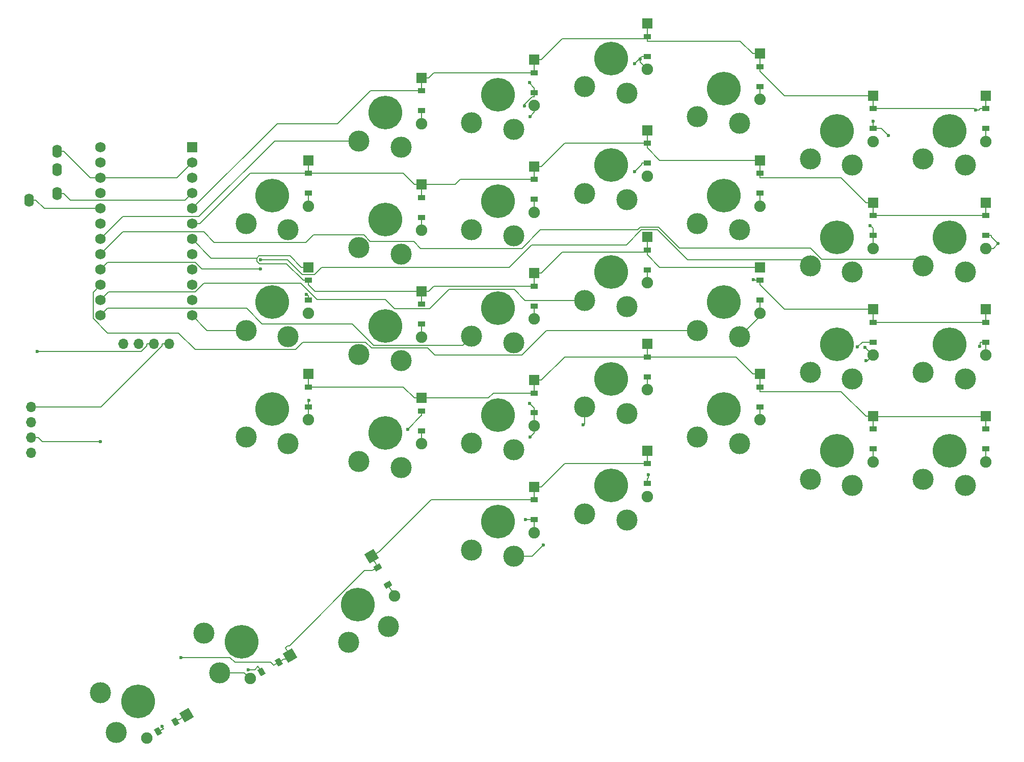
<source format=gbr>
%TF.GenerationSoftware,KiCad,Pcbnew,9.0.7*%
%TF.CreationDate,2026-01-28T22:47:06+01:00*%
%TF.ProjectId,board_right_finished,626f6172-645f-4726-9967-68745f66696e,v1.0.0*%
%TF.SameCoordinates,Original*%
%TF.FileFunction,Copper,L1,Top*%
%TF.FilePolarity,Positive*%
%FSLAX46Y46*%
G04 Gerber Fmt 4.6, Leading zero omitted, Abs format (unit mm)*
G04 Created by KiCad (PCBNEW 9.0.7) date 2026-01-28 22:47:06*
%MOMM*%
%LPD*%
G01*
G04 APERTURE LIST*
G04 Aperture macros list*
%AMRotRect*
0 Rectangle, with rotation*
0 The origin of the aperture is its center*
0 $1 length*
0 $2 width*
0 $3 Rotation angle, in degrees counterclockwise*
0 Add horizontal line*
21,1,$1,$2,0,0,$3*%
G04 Aperture macros list end*
%TA.AperFunction,ComponentPad*%
%ADD10R,1.778000X1.778000*%
%TD*%
%TA.AperFunction,SMDPad,CuDef*%
%ADD11R,1.200000X0.900000*%
%TD*%
%TA.AperFunction,ComponentPad*%
%ADD12C,1.905000*%
%TD*%
%TA.AperFunction,ComponentPad*%
%ADD13O,1.700000X1.700000*%
%TD*%
%TA.AperFunction,ComponentPad*%
%ADD14RotRect,1.778000X1.778000X300.000000*%
%TD*%
%TA.AperFunction,SMDPad,CuDef*%
%ADD15RotRect,0.900000X1.200000X300.000000*%
%TD*%
%TA.AperFunction,ComponentPad*%
%ADD16R,1.752600X1.752600*%
%TD*%
%TA.AperFunction,ComponentPad*%
%ADD17C,1.752600*%
%TD*%
%TA.AperFunction,ComponentPad*%
%ADD18O,1.600000X2.200000*%
%TD*%
%TA.AperFunction,ComponentPad*%
%ADD19RotRect,1.778000X1.778000X210.000000*%
%TD*%
%TA.AperFunction,SMDPad,CuDef*%
%ADD20RotRect,0.900000X1.200000X210.000000*%
%TD*%
%TA.AperFunction,ComponentPad*%
%ADD21C,5.600000*%
%TD*%
%TA.AperFunction,ComponentPad*%
%ADD22C,3.500000*%
%TD*%
%TA.AperFunction,ViaPad*%
%ADD23C,0.600000*%
%TD*%
%TA.AperFunction,Conductor*%
%ADD24C,0.200000*%
%TD*%
G04 APERTURE END LIST*
D10*
%TO.P,D12,1*%
%TO.N,P21*%
X236021500Y-71590000D03*
D11*
X236021500Y-73750000D03*
%TO.P,D12,2*%
%TO.N,mirror_third_num*%
X236021500Y-77050000D03*
D12*
X236021500Y-79210000D03*
%TD*%
D10*
%TO.P,D21,1*%
%TO.N,P20*%
X198521500Y-90340000D03*
D11*
X198521500Y-92500000D03*
%TO.P,D21,2*%
%TO.N,mirror_fifth_top*%
X198521500Y-95800000D03*
D12*
X198521500Y-97960000D03*
%TD*%
D10*
%TO.P,D20,1*%
%TO.N,P19*%
X198521500Y-108090000D03*
D11*
X198521500Y-110250000D03*
%TO.P,D20,2*%
%TO.N,mirror_fifth_home*%
X198521500Y-113550000D03*
D12*
X198521500Y-115710000D03*
%TD*%
D10*
%TO.P,D29,1*%
%TO.N,P20*%
X161021500Y-89340000D03*
D11*
X161021500Y-91500000D03*
%TO.P,D29,2*%
%TO.N,mirror_seventh_top*%
X161021500Y-94800000D03*
D12*
X161021500Y-96960000D03*
%TD*%
D10*
%TO.P,D18,1*%
%TO.N,P15*%
X198521500Y-143590000D03*
D11*
X198521500Y-145750000D03*
%TO.P,D18,2*%
%TO.N,mirror_fifth_mod*%
X198521500Y-149050000D03*
D12*
X198521500Y-151210000D03*
%TD*%
D10*
%TO.P,D10,1*%
%TO.N,P19*%
X236021500Y-107090000D03*
D11*
X236021500Y-109250000D03*
%TO.P,D10,2*%
%TO.N,mirror_third_home*%
X236021500Y-112550000D03*
D12*
X236021500Y-114710000D03*
%TD*%
D13*
%TO.P,DISP1,1*%
%TO.N,P2*%
X130256500Y-119850000D03*
%TO.P,DISP1,2*%
%TO.N,P3*%
X132796500Y-119850000D03*
%TO.P,DISP1,3*%
%TO.N,VCC*%
X135336500Y-119850000D03*
%TO.P,DISP1,4*%
%TO.N,GND*%
X137876500Y-119850000D03*
%TD*%
D10*
%TO.P,D9,1*%
%TO.N,P18*%
X236021500Y-124840000D03*
D11*
X236021500Y-127000000D03*
%TO.P,D9,2*%
%TO.N,mirror_third_bottom*%
X236021500Y-130300000D03*
D12*
X236021500Y-132460000D03*
%TD*%
D10*
%TO.P,D7,1*%
%TO.N,P20*%
X254771500Y-96340000D03*
D11*
X254771500Y-98500000D03*
%TO.P,D7,2*%
%TO.N,mirror_second_top*%
X254771500Y-101800000D03*
D12*
X254771500Y-103960000D03*
%TD*%
D10*
%TO.P,D4,1*%
%TO.N,P21*%
X273521500Y-78590000D03*
D11*
X273521500Y-80750000D03*
%TO.P,D4,2*%
%TO.N,mirror_first_num*%
X273521500Y-84050000D03*
D12*
X273521500Y-86210000D03*
%TD*%
D10*
%TO.P,D27,1*%
%TO.N,P18*%
X161021500Y-124840000D03*
D11*
X161021500Y-127000000D03*
%TO.P,D27,2*%
%TO.N,mirror_seventh_bottom*%
X161021500Y-130300000D03*
D12*
X161021500Y-132460000D03*
%TD*%
D10*
%TO.P,D14,1*%
%TO.N,P18*%
X217271500Y-119840000D03*
D11*
X217271500Y-122000000D03*
%TO.P,D14,2*%
%TO.N,mirror_fourth_bottom*%
X217271500Y-125300000D03*
D12*
X217271500Y-127460000D03*
%TD*%
D10*
%TO.P,D25,1*%
%TO.N,P20*%
X179771500Y-93340000D03*
D11*
X179771500Y-95500000D03*
%TO.P,D25,2*%
%TO.N,mirror_sixth_top*%
X179771500Y-98800000D03*
D12*
X179771500Y-100960000D03*
%TD*%
D14*
%TO.P,D30,1*%
%TO.N,P15*%
X171464600Y-155118343D03*
D15*
X172544600Y-156988958D03*
%TO.P,D30,2*%
%TO.N,mirror_small_thumb_cluster*%
X174194600Y-159846842D03*
D12*
X175274600Y-161717457D03*
%TD*%
D16*
%TO.P,MCU1,1*%
%TO.N,RAW*%
X141686500Y-87180000D03*
D17*
%TO.P,MCU1,2*%
%TO.N,GND*%
X141686500Y-89720000D03*
%TO.P,MCU1,3*%
%TO.N,RST*%
X141686500Y-92260000D03*
%TO.P,MCU1,4*%
%TO.N,VCC*%
X141686500Y-94800000D03*
%TO.P,MCU1,5*%
%TO.N,P21*%
X141686500Y-97340000D03*
%TO.P,MCU1,6*%
%TO.N,P20*%
X141686500Y-99880000D03*
%TO.P,MCU1,7*%
%TO.N,P19*%
X141686500Y-102420000D03*
%TO.P,MCU1,8*%
%TO.N,P18*%
X141686500Y-104960000D03*
%TO.P,MCU1,9*%
%TO.N,P15*%
X141686500Y-107500000D03*
%TO.P,MCU1,10*%
%TO.N,P14*%
X141686500Y-110040000D03*
%TO.P,MCU1,11*%
%TO.N,P16*%
X141686500Y-112580000D03*
%TO.P,MCU1,12*%
%TO.N,P10*%
X141686500Y-115120000D03*
%TO.P,MCU1,13*%
%TO.N,P1*%
X126446500Y-87180000D03*
%TO.P,MCU1,14*%
%TO.N,P0*%
X126446500Y-89720000D03*
%TO.P,MCU1,15*%
%TO.N,GND*%
X126446500Y-92260000D03*
%TO.P,MCU1,16*%
X126446500Y-94800000D03*
%TO.P,MCU1,17*%
%TO.N,P2*%
X126446500Y-97340000D03*
%TO.P,MCU1,18*%
%TO.N,P3*%
X126446500Y-99880000D03*
%TO.P,MCU1,19*%
%TO.N,P4*%
X126446500Y-102420000D03*
%TO.P,MCU1,20*%
%TO.N,P5*%
X126446500Y-104960000D03*
%TO.P,MCU1,21*%
%TO.N,P6*%
X126446500Y-107500000D03*
%TO.P,MCU1,22*%
%TO.N,P7*%
X126446500Y-110040000D03*
%TO.P,MCU1,23*%
%TO.N,P8*%
X126446500Y-112580000D03*
%TO.P,MCU1,24*%
%TO.N,P9*%
X126446500Y-115120000D03*
%TD*%
D10*
%TO.P,D24,1*%
%TO.N,P19*%
X179771500Y-111090000D03*
D11*
X179771500Y-113250000D03*
%TO.P,D24,2*%
%TO.N,mirror_sixth_home*%
X179771500Y-116550000D03*
D12*
X179771500Y-118710000D03*
%TD*%
D18*
%TO.P,TRRS1,2*%
%TO.N,GND*%
X119221500Y-87850000D03*
%TO.P,TRRS1,3*%
%TO.N,P3*%
X119221500Y-90850000D03*
%TO.P,TRRS1,4*%
%TO.N,VCC*%
X119221500Y-94850000D03*
%TO.P,TRRS1,5*%
%TO.N,P2*%
X114621500Y-95950000D03*
%TD*%
D10*
%TO.P,D11,1*%
%TO.N,P20*%
X236021500Y-89340000D03*
D11*
X236021500Y-91500000D03*
%TO.P,D11,2*%
%TO.N,mirror_third_top*%
X236021500Y-94800000D03*
D12*
X236021500Y-96960000D03*
%TD*%
D10*
%TO.P,D13,1*%
%TO.N,P15*%
X217271500Y-137590000D03*
D11*
X217271500Y-139750000D03*
%TO.P,D13,2*%
%TO.N,mirror_fourth_mod*%
X217271500Y-143050000D03*
D12*
X217271500Y-145210000D03*
%TD*%
D10*
%TO.P,D6,1*%
%TO.N,P19*%
X254771500Y-114090000D03*
D11*
X254771500Y-116250000D03*
%TO.P,D6,2*%
%TO.N,mirror_second_home*%
X254771500Y-119550000D03*
D12*
X254771500Y-121710000D03*
%TD*%
D19*
%TO.P,D32,1*%
%TO.N,P15*%
X140785457Y-181560500D03*
D20*
X138914842Y-182640500D03*
%TO.P,D32,2*%
%TO.N,mirror_big_thumb_cluster*%
X136056958Y-184290500D03*
D12*
X134186343Y-185370500D03*
%TD*%
D10*
%TO.P,D22,1*%
%TO.N,P21*%
X198521500Y-72590000D03*
D11*
X198521500Y-74750000D03*
%TO.P,D22,2*%
%TO.N,mirror_fifth_num*%
X198521500Y-78050000D03*
D12*
X198521500Y-80210000D03*
%TD*%
D10*
%TO.P,D5,1*%
%TO.N,P18*%
X254771500Y-131840000D03*
D11*
X254771500Y-134000000D03*
%TO.P,D5,2*%
%TO.N,mirror_second_bottom*%
X254771500Y-137300000D03*
D12*
X254771500Y-139460000D03*
%TD*%
D10*
%TO.P,D3,1*%
%TO.N,P20*%
X273521500Y-96340000D03*
D11*
X273521500Y-98500000D03*
%TO.P,D3,2*%
%TO.N,mirror_first_top*%
X273521500Y-101800000D03*
D12*
X273521500Y-103960000D03*
%TD*%
D10*
%TO.P,D15,1*%
%TO.N,P19*%
X217271500Y-102090000D03*
D11*
X217271500Y-104250000D03*
%TO.P,D15,2*%
%TO.N,mirror_fourth_home*%
X217271500Y-107550000D03*
D12*
X217271500Y-109710000D03*
%TD*%
D10*
%TO.P,D23,1*%
%TO.N,P18*%
X179771500Y-128840000D03*
D11*
X179771500Y-131000000D03*
%TO.P,D23,2*%
%TO.N,mirror_sixth_bottom*%
X179771500Y-134300000D03*
D12*
X179771500Y-136460000D03*
%TD*%
D10*
%TO.P,D19,1*%
%TO.N,P18*%
X198521500Y-125840000D03*
D11*
X198521500Y-128000000D03*
%TO.P,D19,2*%
%TO.N,mirror_fifth_bottom*%
X198521500Y-131300000D03*
D12*
X198521500Y-133460000D03*
%TD*%
D10*
%TO.P,D26,1*%
%TO.N,P21*%
X179771500Y-75590000D03*
D11*
X179771500Y-77750000D03*
%TO.P,D26,2*%
%TO.N,mirror_sixth_num*%
X179771500Y-81050000D03*
D12*
X179771500Y-83210000D03*
%TD*%
D19*
%TO.P,D31,1*%
%TO.N,P15*%
X157932757Y-171660500D03*
D20*
X156062142Y-172740500D03*
%TO.P,D31,2*%
%TO.N,mirror_medium_thumb_cluster*%
X153204258Y-174390500D03*
D12*
X151333643Y-175470500D03*
%TD*%
D10*
%TO.P,D28,1*%
%TO.N,P19*%
X161021500Y-107090000D03*
D11*
X161021500Y-109250000D03*
%TO.P,D28,2*%
%TO.N,mirror_seventh_home*%
X161021500Y-112550000D03*
D12*
X161021500Y-114710000D03*
%TD*%
D10*
%TO.P,D8,1*%
%TO.N,P21*%
X254771500Y-78590000D03*
D11*
X254771500Y-80750000D03*
%TO.P,D8,2*%
%TO.N,mirror_second_num*%
X254771500Y-84050000D03*
D12*
X254771500Y-86210000D03*
%TD*%
D10*
%TO.P,D16,1*%
%TO.N,P20*%
X217271500Y-84340000D03*
D11*
X217271500Y-86500000D03*
%TO.P,D16,2*%
%TO.N,mirror_fourth_top*%
X217271500Y-89800000D03*
D12*
X217271500Y-91960000D03*
%TD*%
D10*
%TO.P,D17,1*%
%TO.N,P21*%
X217271500Y-66590000D03*
D11*
X217271500Y-68750000D03*
%TO.P,D17,2*%
%TO.N,mirror_fourth_num*%
X217271500Y-72050000D03*
D12*
X217271500Y-74210000D03*
%TD*%
D13*
%TO.P,I2COut,1*%
%TO.N,GND*%
X114946500Y-130300000D03*
%TO.P,I2COut,2*%
%TO.N,VCC*%
X114946500Y-132840000D03*
%TO.P,I2COut,3*%
%TO.N,P3*%
X114946500Y-135380000D03*
%TO.P,I2COut,4*%
%TO.N,P2*%
X114946500Y-137920000D03*
%TD*%
D10*
%TO.P,D1,1*%
%TO.N,P18*%
X273521500Y-131840000D03*
D11*
X273521500Y-134000000D03*
%TO.P,D1,2*%
%TO.N,mirror_first_bottom*%
X273521500Y-137300000D03*
D12*
X273521500Y-139460000D03*
%TD*%
D10*
%TO.P,D2,1*%
%TO.N,P19*%
X273521500Y-114090000D03*
D11*
X273521500Y-116250000D03*
%TO.P,D2,2*%
%TO.N,mirror_first_home*%
X273521500Y-119550000D03*
D12*
X273521500Y-121710000D03*
%TD*%
D21*
%TO.P,S22,*%
%TO.N,*%
X192521500Y-78400000D03*
D22*
%TO.P,S22,1*%
%TO.N,P9*%
X188121500Y-83100000D03*
%TO.P,S22,2*%
%TO.N,mirror_fifth_num*%
X195121500Y-84150000D03*
%TD*%
D21*
%TO.P,S17,*%
%TO.N,*%
X211271500Y-72400000D03*
D22*
%TO.P,S17,1*%
%TO.N,P8*%
X206871500Y-77100000D03*
%TO.P,S17,2*%
%TO.N,mirror_fourth_num*%
X213871500Y-78150000D03*
%TD*%
D21*
%TO.P,S9,*%
%TO.N,*%
X230021500Y-130650000D03*
D22*
%TO.P,S9,1*%
%TO.N,P7*%
X225621500Y-135350000D03*
%TO.P,S9,2*%
%TO.N,mirror_third_bottom*%
X232621500Y-136400000D03*
%TD*%
D21*
%TO.P,S12,*%
%TO.N,*%
X230021500Y-77400000D03*
D22*
%TO.P,S12,1*%
%TO.N,P7*%
X225621500Y-82100000D03*
%TO.P,S12,2*%
%TO.N,mirror_third_num*%
X232621500Y-83150000D03*
%TD*%
D21*
%TO.P,S6,*%
%TO.N,*%
X248771500Y-119900000D03*
D22*
%TO.P,S6,1*%
%TO.N,P6*%
X244371500Y-124600000D03*
%TO.P,S6,2*%
%TO.N,mirror_second_home*%
X251371500Y-125650000D03*
%TD*%
D21*
%TO.P,S32,*%
%TO.N,*%
X132753800Y-179269400D03*
D22*
%TO.P,S32,1*%
%TO.N,P7*%
X126483481Y-177808888D03*
%TO.P,S32,2*%
%TO.N,mirror_big_thumb_cluster*%
X129074154Y-184396066D03*
%TD*%
D21*
%TO.P,S1,*%
%TO.N,*%
X267521500Y-137650000D03*
D22*
%TO.P,S1,1*%
%TO.N,P5*%
X263121500Y-142350000D03*
%TO.P,S1,2*%
%TO.N,mirror_first_bottom*%
X270121500Y-143400000D03*
%TD*%
D21*
%TO.P,S14,*%
%TO.N,*%
X211271500Y-125650000D03*
D22*
%TO.P,S14,1*%
%TO.N,P8*%
X206871500Y-130350000D03*
%TO.P,S14,2*%
%TO.N,mirror_fourth_bottom*%
X213871500Y-131400000D03*
%TD*%
D21*
%TO.P,S13,*%
%TO.N,*%
X211271500Y-143400000D03*
D22*
%TO.P,S13,1*%
%TO.N,P8*%
X206871500Y-148100000D03*
%TO.P,S13,2*%
%TO.N,mirror_fourth_mod*%
X213871500Y-149150000D03*
%TD*%
D21*
%TO.P,S5,*%
%TO.N,*%
X248771500Y-137650000D03*
D22*
%TO.P,S5,1*%
%TO.N,P6*%
X244371500Y-142350000D03*
%TO.P,S5,2*%
%TO.N,mirror_second_bottom*%
X251371500Y-143400000D03*
%TD*%
D21*
%TO.P,S20,*%
%TO.N,*%
X192521500Y-113900000D03*
D22*
%TO.P,S20,1*%
%TO.N,P9*%
X188121500Y-118600000D03*
%TO.P,S20,2*%
%TO.N,mirror_fifth_home*%
X195121500Y-119650000D03*
%TD*%
D21*
%TO.P,S30,*%
%TO.N,*%
X169173400Y-163150000D03*
D22*
%TO.P,S30,1*%
%TO.N,P4*%
X167712888Y-169420319D03*
%TO.P,S30,2*%
%TO.N,mirror_small_thumb_cluster*%
X174300066Y-166829646D03*
%TD*%
D21*
%TO.P,S15,*%
%TO.N,*%
X211271500Y-107900000D03*
D22*
%TO.P,S15,1*%
%TO.N,P8*%
X206871500Y-112600000D03*
%TO.P,S15,2*%
%TO.N,mirror_fourth_home*%
X213871500Y-113650000D03*
%TD*%
D21*
%TO.P,S3,*%
%TO.N,*%
X267521500Y-102150000D03*
D22*
%TO.P,S3,1*%
%TO.N,P5*%
X263121500Y-106850000D03*
%TO.P,S3,2*%
%TO.N,mirror_first_top*%
X270121500Y-107900000D03*
%TD*%
D21*
%TO.P,S8,*%
%TO.N,*%
X248771500Y-84400000D03*
D22*
%TO.P,S8,1*%
%TO.N,P6*%
X244371500Y-89100000D03*
%TO.P,S8,2*%
%TO.N,mirror_second_num*%
X251371500Y-90150000D03*
%TD*%
D21*
%TO.P,S26,*%
%TO.N,*%
X173771500Y-81400000D03*
D22*
%TO.P,S26,1*%
%TO.N,P4*%
X169371500Y-86100000D03*
%TO.P,S26,2*%
%TO.N,mirror_sixth_num*%
X176371500Y-87150000D03*
%TD*%
D21*
%TO.P,S28,*%
%TO.N,*%
X155021500Y-112900000D03*
D22*
%TO.P,S28,1*%
%TO.N,P10*%
X150621500Y-117600000D03*
%TO.P,S28,2*%
%TO.N,mirror_seventh_home*%
X157621500Y-118650000D03*
%TD*%
D21*
%TO.P,S29,*%
%TO.N,*%
X155021500Y-95150000D03*
D22*
%TO.P,S29,1*%
%TO.N,P10*%
X150621500Y-99850000D03*
%TO.P,S29,2*%
%TO.N,mirror_seventh_top*%
X157621500Y-100900000D03*
%TD*%
D21*
%TO.P,S18,*%
%TO.N,*%
X192521500Y-149400000D03*
D22*
%TO.P,S18,1*%
%TO.N,P9*%
X188121500Y-154100000D03*
%TO.P,S18,2*%
%TO.N,mirror_fifth_mod*%
X195121500Y-155150000D03*
%TD*%
D21*
%TO.P,S10,*%
%TO.N,*%
X230021500Y-112900000D03*
D22*
%TO.P,S10,1*%
%TO.N,P7*%
X225621500Y-117600000D03*
%TO.P,S10,2*%
%TO.N,mirror_third_home*%
X232621500Y-118650000D03*
%TD*%
D21*
%TO.P,S2,*%
%TO.N,*%
X267521500Y-119900000D03*
D22*
%TO.P,S2,1*%
%TO.N,P5*%
X263121500Y-124600000D03*
%TO.P,S2,2*%
%TO.N,mirror_first_home*%
X270121500Y-125650000D03*
%TD*%
D21*
%TO.P,S16,*%
%TO.N,*%
X211271500Y-90150000D03*
D22*
%TO.P,S16,1*%
%TO.N,P8*%
X206871500Y-94850000D03*
%TO.P,S16,2*%
%TO.N,mirror_fourth_top*%
X213871500Y-95900000D03*
%TD*%
D21*
%TO.P,S11,*%
%TO.N,*%
X230021500Y-95150000D03*
D22*
%TO.P,S11,1*%
%TO.N,P7*%
X225621500Y-99850000D03*
%TO.P,S11,2*%
%TO.N,mirror_third_top*%
X232621500Y-100900000D03*
%TD*%
D21*
%TO.P,S4,*%
%TO.N,*%
X267521500Y-84400000D03*
D22*
%TO.P,S4,1*%
%TO.N,P5*%
X263121500Y-89100000D03*
%TO.P,S4,2*%
%TO.N,mirror_first_num*%
X270121500Y-90150000D03*
%TD*%
D21*
%TO.P,S7,*%
%TO.N,*%
X248771500Y-102150000D03*
D22*
%TO.P,S7,1*%
%TO.N,P6*%
X244371500Y-106850000D03*
%TO.P,S7,2*%
%TO.N,mirror_second_top*%
X251371500Y-107900000D03*
%TD*%
D21*
%TO.P,S31,*%
%TO.N,*%
X149901100Y-169369400D03*
D22*
%TO.P,S31,1*%
%TO.N,P10*%
X143630781Y-167908888D03*
%TO.P,S31,2*%
%TO.N,mirror_medium_thumb_cluster*%
X146221454Y-174496066D03*
%TD*%
D21*
%TO.P,S24,*%
%TO.N,*%
X173771500Y-116900000D03*
D22*
%TO.P,S24,1*%
%TO.N,P4*%
X169371500Y-121600000D03*
%TO.P,S24,2*%
%TO.N,mirror_sixth_home*%
X176371500Y-122650000D03*
%TD*%
D21*
%TO.P,S25,*%
%TO.N,*%
X173771500Y-99150000D03*
D22*
%TO.P,S25,1*%
%TO.N,P4*%
X169371500Y-103850000D03*
%TO.P,S25,2*%
%TO.N,mirror_sixth_top*%
X176371500Y-104900000D03*
%TD*%
D21*
%TO.P,S19,*%
%TO.N,*%
X192521500Y-131650000D03*
D22*
%TO.P,S19,1*%
%TO.N,P9*%
X188121500Y-136350000D03*
%TO.P,S19,2*%
%TO.N,mirror_fifth_bottom*%
X195121500Y-137400000D03*
%TD*%
D21*
%TO.P,S27,*%
%TO.N,*%
X155021500Y-130650000D03*
D22*
%TO.P,S27,1*%
%TO.N,P10*%
X150621500Y-135350000D03*
%TO.P,S27,2*%
%TO.N,mirror_seventh_bottom*%
X157621500Y-136400000D03*
%TD*%
D21*
%TO.P,S21,*%
%TO.N,*%
X192521500Y-96150000D03*
D22*
%TO.P,S21,1*%
%TO.N,P9*%
X188121500Y-100850000D03*
%TO.P,S21,2*%
%TO.N,mirror_fifth_top*%
X195121500Y-101900000D03*
%TD*%
D21*
%TO.P,S23,*%
%TO.N,*%
X173771500Y-134650000D03*
D22*
%TO.P,S23,1*%
%TO.N,P4*%
X169371500Y-139350000D03*
%TO.P,S23,2*%
%TO.N,mirror_sixth_bottom*%
X176371500Y-140400000D03*
%TD*%
D23*
%TO.N,mirror_first_home*%
X272466100Y-120279000D03*
%TO.N,mirror_first_top*%
X275571100Y-103162200D03*
%TO.N,P6*%
X153052100Y-107419000D03*
X153052100Y-105823700D03*
%TO.N,mirror_second_home*%
X253576800Y-122631500D03*
X253460900Y-120418700D03*
X252205000Y-120334900D03*
%TO.N,mirror_second_top*%
X254327900Y-100150000D03*
%TO.N,mirror_second_num*%
X254771500Y-82843600D03*
X257306600Y-85219200D03*
%TO.N,P8*%
X206668700Y-133331200D03*
%TO.N,mirror_fourth_mod*%
X217482800Y-141571700D03*
%TO.N,mirror_fourth_top*%
X215217200Y-91200200D03*
%TO.N,mirror_fourth_num*%
X216094400Y-72509700D03*
X215217200Y-73257200D03*
%TO.N,mirror_fifth_mod*%
X200017400Y-153257400D03*
X197082400Y-149057500D03*
%TO.N,mirror_fifth_bottom*%
X197732600Y-129715700D03*
X197783700Y-135355800D03*
%TO.N,mirror_fifth_num*%
X196906100Y-80274500D03*
X197732600Y-76400000D03*
X197783700Y-82030800D03*
%TO.N,mirror_seventh_bottom*%
X161060200Y-129215700D03*
%TO.N,mirror_seventh_home*%
X160674800Y-111583700D03*
%TO.N,mirror_medium_thumb_cluster*%
X150971900Y-173978500D03*
%TO.N,mirror_big_thumb_cluster*%
X136717600Y-183404000D03*
%TO.N,P18*%
X177471300Y-134026300D03*
%TO.N,P19*%
X234917000Y-109143200D03*
%TO.N,P21*%
X271816100Y-80966700D03*
%TO.N,P15*%
X139822800Y-171943700D03*
%TO.N,VCC*%
X115928000Y-121105200D03*
%TO.N,P3*%
X126420800Y-136057700D03*
%TD*%
D24*
%TO.N,P5*%
X171268800Y-102807600D02*
X170206700Y-101745500D01*
X160606400Y-102970800D02*
X145348700Y-102970800D01*
X263121500Y-106850000D02*
X262079100Y-105807600D01*
X219196900Y-100457700D02*
X216116000Y-100457700D01*
X145348700Y-102970800D02*
X143619900Y-101242000D01*
X246268800Y-105807600D02*
X244366800Y-103905600D01*
X196432500Y-103952900D02*
X179652000Y-103952900D01*
X262079100Y-105807600D02*
X246268800Y-105807600D01*
X130164500Y-101242000D02*
X126446500Y-104960000D01*
X215714300Y-100859400D02*
X199526000Y-100859400D01*
X179652000Y-103952900D02*
X178506700Y-102807600D01*
X143619900Y-101242000D02*
X130164500Y-101242000D01*
X178506700Y-102807600D02*
X171268800Y-102807600D01*
X170206700Y-101745500D02*
X161831700Y-101745500D01*
X244366800Y-103905600D02*
X222644800Y-103905600D01*
X215880600Y-100693100D02*
X215714300Y-100859400D01*
X222644800Y-103905600D02*
X219196900Y-100457700D01*
X161831700Y-101745500D02*
X160606400Y-102970800D01*
X215880600Y-100693100D02*
X215714300Y-100859400D01*
X199526000Y-100859400D02*
X196432500Y-103952900D01*
X216116000Y-100457700D02*
X215880600Y-100693100D01*
%TO.N,mirror_first_bottom*%
X273521500Y-137300000D02*
X273521500Y-139460000D01*
%TO.N,GND*%
X119221500Y-87850000D02*
X120323200Y-87850000D01*
X137876500Y-119850000D02*
X136724800Y-119850000D01*
X126446500Y-92260000D02*
X124733200Y-92260000D01*
X136724800Y-120137900D02*
X126562700Y-130300000D01*
X126562700Y-130300000D02*
X114946500Y-130300000D01*
X136724800Y-119850000D02*
X136724800Y-120137900D01*
X124733200Y-92260000D02*
X120323200Y-87850000D01*
X141686500Y-89720000D02*
X139146500Y-92260000D01*
X139146500Y-92260000D02*
X126446500Y-92260000D01*
%TO.N,mirror_first_home*%
X272619800Y-119550000D02*
X272619800Y-120125300D01*
X273521500Y-119550000D02*
X272619800Y-119550000D01*
X273521500Y-119550000D02*
X273521500Y-121710000D01*
X272619800Y-120125300D02*
X272466100Y-120279000D01*
%TO.N,mirror_first_top*%
X273521500Y-101800000D02*
X274423200Y-101800000D01*
X274423200Y-101800000D02*
X274423200Y-102014300D01*
X275571100Y-103162200D02*
X274773300Y-103960000D01*
X274773300Y-103960000D02*
X273521500Y-103960000D01*
X274423200Y-102014300D02*
X275571100Y-103162200D01*
%TO.N,mirror_first_num*%
X273521500Y-84050000D02*
X273521500Y-86210000D01*
%TO.N,P6*%
X163209700Y-107106500D02*
X162035500Y-108280700D01*
X153052100Y-107419000D02*
X143271500Y-107419000D01*
X162035500Y-108280700D02*
X160007500Y-108280700D01*
X244371500Y-106850000D02*
X243382800Y-105861300D01*
X198071900Y-103362800D02*
X194328300Y-107106400D01*
X142174500Y-106322000D02*
X127624500Y-106322000D01*
X127624500Y-106322000D02*
X126446500Y-107500000D01*
X243382800Y-105861300D02*
X223957200Y-105861300D01*
X213794000Y-103362800D02*
X198071900Y-103362800D01*
X216297400Y-100859400D02*
X213794000Y-103362800D01*
X160007500Y-108280700D02*
X157550500Y-105823700D01*
X163209700Y-107106400D02*
X163209700Y-107106500D01*
X194328300Y-107106400D02*
X163209700Y-107106400D01*
X218955300Y-100859400D02*
X216297400Y-100859400D01*
X157550500Y-105823700D02*
X153052100Y-105823700D01*
X223957200Y-105861300D02*
X218955300Y-100859400D01*
X143271500Y-107419000D02*
X142174500Y-106322000D01*
%TO.N,mirror_second_bottom*%
X254771500Y-139460000D02*
X254771500Y-137300000D01*
%TO.N,mirror_second_home*%
X252205000Y-120334900D02*
X252989900Y-119550000D01*
X254771500Y-121710000D02*
X253850000Y-122631500D01*
X254771500Y-121710000D02*
X254752200Y-121710000D01*
X252989900Y-119550000D02*
X254771500Y-119550000D01*
X254752200Y-121710000D02*
X253460900Y-120418700D01*
X253850000Y-122631500D02*
X253576800Y-122631500D01*
%TO.N,mirror_second_top*%
X254771500Y-100593600D02*
X254327900Y-100150000D01*
X254771500Y-101800000D02*
X254771500Y-100593600D01*
X254771500Y-101800000D02*
X254771500Y-103960000D01*
%TO.N,mirror_second_num*%
X254771500Y-84050000D02*
X254771500Y-82843600D01*
X257306600Y-85219200D02*
X256137400Y-84050000D01*
X256137400Y-84050000D02*
X254771500Y-84050000D01*
%TO.N,P7*%
X196434900Y-121705500D02*
X182008400Y-121705500D01*
X125221300Y-115618500D02*
X125221300Y-111265200D01*
X127625000Y-118022200D02*
X125221300Y-115618500D01*
X180828800Y-120525900D02*
X171502200Y-120525900D01*
X160103700Y-119531700D02*
X158873200Y-120762200D01*
X142175300Y-120762200D02*
X139435300Y-118022200D01*
X171502200Y-120525900D02*
X170508000Y-119531700D01*
X125221300Y-111265200D02*
X126446500Y-110040000D01*
X225621500Y-117600000D02*
X200540400Y-117600000D01*
X158873200Y-120762200D02*
X142175300Y-120762200D01*
X182008400Y-121705500D02*
X180828800Y-120525900D01*
X139435300Y-118022200D02*
X127625000Y-118022200D01*
X200540400Y-117600000D02*
X196434900Y-121705500D01*
X170508000Y-119531700D02*
X160103700Y-119531700D01*
%TO.N,mirror_third_bottom*%
X236021500Y-130300000D02*
X236021500Y-132460000D01*
%TO.N,mirror_third_home*%
X236021500Y-114710000D02*
X236021500Y-112550000D01*
X236021500Y-115250000D02*
X236021500Y-114710000D01*
X232621500Y-118650000D02*
X236021500Y-115250000D01*
%TO.N,mirror_third_top*%
X236021500Y-94800000D02*
X236021500Y-96960000D01*
%TO.N,mirror_third_num*%
X236021500Y-77050000D02*
X236021500Y-79210000D01*
%TO.N,P8*%
X127808500Y-111218000D02*
X126446500Y-112580000D01*
X184350200Y-110778800D02*
X181127300Y-114001700D01*
X197002800Y-112600000D02*
X195181600Y-110778800D01*
X195181600Y-110778800D02*
X184350200Y-110778800D01*
X159712700Y-109759800D02*
X143632700Y-109759800D01*
X206871500Y-112600000D02*
X197002800Y-112600000D01*
X173783900Y-112503400D02*
X162456300Y-112503400D01*
X142174500Y-111218000D02*
X127808500Y-111218000D01*
X175282200Y-114001700D02*
X173783900Y-112503400D01*
X143632700Y-109759800D02*
X142174500Y-111218000D01*
X181127300Y-114001700D02*
X175282200Y-114001700D01*
X206871500Y-133128400D02*
X206668700Y-133331200D01*
X162456300Y-112503400D02*
X159712700Y-109759800D01*
X206871500Y-130350000D02*
X206871500Y-133128400D01*
%TO.N,mirror_fourth_mod*%
X217482800Y-141571700D02*
X217482800Y-142087000D01*
X217271500Y-143050000D02*
X217271500Y-142298300D01*
X217482800Y-142087000D02*
X217271500Y-142298300D01*
%TO.N,mirror_fourth_bottom*%
X217271500Y-125300000D02*
X217271500Y-127460000D01*
%TO.N,mirror_fourth_home*%
X217271500Y-107550000D02*
X217271500Y-109710000D01*
%TO.N,mirror_fourth_top*%
X215217200Y-91200200D02*
X216369800Y-90047600D01*
X217271500Y-89800000D02*
X216369800Y-89800000D01*
X216369800Y-90047600D02*
X216369800Y-89800000D01*
%TO.N,mirror_fourth_num*%
X216094400Y-73032900D02*
X216094400Y-72509700D01*
X216369800Y-72104600D02*
X216369800Y-72050000D01*
X215217200Y-73257200D02*
X216369800Y-72104600D01*
X217271500Y-72050000D02*
X216369800Y-72050000D01*
X217271500Y-74210000D02*
X216094400Y-73032900D01*
%TO.N,P9*%
X186669700Y-120051800D02*
X171829300Y-120051800D01*
X188121500Y-118600000D02*
X186669700Y-120051800D01*
X168279200Y-116501700D02*
X153293800Y-116501700D01*
X127624500Y-113942000D02*
X126446500Y-115120000D01*
X153293800Y-116501700D02*
X150734100Y-113942000D01*
X150734100Y-113942000D02*
X127624500Y-113942000D01*
X171829300Y-120051800D02*
X168279200Y-116501700D01*
%TO.N,mirror_fifth_mod*%
X197082400Y-149057500D02*
X197612300Y-149057500D01*
X197612300Y-149057500D02*
X197619800Y-149050000D01*
X195121500Y-155150000D02*
X198124800Y-155150000D01*
X198124800Y-155150000D02*
X200017400Y-153257400D01*
X198521500Y-149050000D02*
X197619800Y-149050000D01*
X198521500Y-149050000D02*
X198521500Y-151210000D01*
%TO.N,mirror_fifth_bottom*%
X198521500Y-131300000D02*
X198521500Y-131025000D01*
X198521500Y-134618000D02*
X197783700Y-135355800D01*
X198521500Y-133460000D02*
X198521500Y-134618000D01*
X198521500Y-131025000D02*
X198521500Y-133460000D01*
X198521500Y-131025000D02*
X198521500Y-130504600D01*
X198521500Y-130504600D02*
X197732600Y-129715700D01*
%TO.N,mirror_fifth_home*%
X198521500Y-115710000D02*
X198521500Y-113550000D01*
%TO.N,mirror_fifth_top*%
X198521500Y-95800000D02*
X198521500Y-97960000D01*
%TO.N,mirror_fifth_num*%
X198521500Y-78050000D02*
X198521500Y-77298300D01*
X196906100Y-80046100D02*
X198150500Y-78801700D01*
X197732600Y-76400000D02*
X197732600Y-76509400D01*
X197732600Y-76509400D02*
X198521500Y-77298300D01*
X198521500Y-78050000D02*
X198521500Y-78801700D01*
X198150500Y-78801700D02*
X198521500Y-78801700D01*
X198521500Y-80210000D02*
X198521500Y-81293000D01*
X198521500Y-81293000D02*
X197783700Y-82030800D01*
X196906100Y-80274500D02*
X196906100Y-80046100D01*
%TO.N,P4*%
X130164500Y-98702000D02*
X142781900Y-98702000D01*
X142781900Y-98702000D02*
X155383900Y-86100000D01*
X126446500Y-102420000D02*
X130164500Y-98702000D01*
X155383900Y-86100000D02*
X169371500Y-86100000D01*
%TO.N,mirror_sixth_bottom*%
X179771500Y-134300000D02*
X179771500Y-136460000D01*
%TO.N,mirror_sixth_home*%
X179771500Y-116550000D02*
X179771500Y-118710000D01*
%TO.N,mirror_sixth_top*%
X179771500Y-98800000D02*
X179771500Y-100960000D01*
%TO.N,mirror_sixth_num*%
X179771500Y-81050000D02*
X179771500Y-83210000D01*
%TO.N,P10*%
X144166500Y-117600000D02*
X141686500Y-115120000D01*
X150621500Y-117600000D02*
X144166500Y-117600000D01*
%TO.N,mirror_seventh_bottom*%
X161021500Y-130300000D02*
X161021500Y-129254400D01*
X161021500Y-129254400D02*
X161060200Y-129215700D01*
X161021500Y-132460000D02*
X161021500Y-130300000D01*
%TO.N,mirror_seventh_home*%
X161021500Y-112550000D02*
X161021500Y-111798300D01*
X161021500Y-111798300D02*
X160889400Y-111798300D01*
X160889400Y-111798300D02*
X160674800Y-111583700D01*
%TO.N,mirror_seventh_top*%
X161021500Y-94800000D02*
X161021500Y-96960000D01*
%TO.N,mirror_small_thumb_cluster*%
X174194600Y-159846800D02*
X174691300Y-160707100D01*
X175274600Y-161290400D02*
X175274600Y-161717500D01*
X174691300Y-160707100D02*
X175274600Y-161290400D01*
%TO.N,mirror_medium_thumb_cluster*%
X150359200Y-174496100D02*
X151333600Y-175470500D01*
X146221500Y-174496100D02*
X150359200Y-174496100D01*
X152109200Y-173978500D02*
X152652700Y-173435000D01*
X153204300Y-174390500D02*
X152652700Y-173435000D01*
X150971900Y-173978500D02*
X152109200Y-173978500D01*
%TO.N,mirror_big_thumb_cluster*%
X136717600Y-183594200D02*
X136717600Y-183404000D01*
X136917200Y-183793800D02*
X136717600Y-183594200D01*
X136057000Y-184290500D02*
X136917200Y-183793800D01*
%TO.N,P18*%
X236021500Y-127751700D02*
X249492500Y-127751700D01*
X249492500Y-127751700D02*
X253580800Y-131840000D01*
X254771500Y-131840000D02*
X253580800Y-131840000D01*
X254771500Y-131840000D02*
X254771500Y-131956900D01*
X161021500Y-127000000D02*
X161021500Y-124840000D01*
X198521500Y-125840000D02*
X198521500Y-128000000D01*
X191750000Y-128000000D02*
X198521500Y-128000000D01*
X217271500Y-122000000D02*
X231990800Y-122000000D01*
X203552200Y-122000000D02*
X199712200Y-125840000D01*
X273521500Y-131956900D02*
X254771500Y-131956900D01*
X190910000Y-128840000D02*
X191750000Y-128000000D01*
X236021500Y-127000000D02*
X236021500Y-124840000D01*
X177471300Y-134026300D02*
X179745900Y-131751700D01*
X179745900Y-131751700D02*
X179771500Y-131751700D01*
X254771500Y-131956900D02*
X254771500Y-134000000D01*
X273521500Y-131956900D02*
X273521500Y-131840000D01*
X176740800Y-127000000D02*
X161021500Y-127000000D01*
X179771500Y-128840000D02*
X190910000Y-128840000D01*
X236021500Y-124840000D02*
X234830800Y-124840000D01*
X179376300Y-128840000D02*
X178580800Y-128840000D01*
X217271500Y-122000000D02*
X217271500Y-119840000D01*
X178580800Y-128840000D02*
X176740800Y-127000000D01*
X236021500Y-127000000D02*
X236021500Y-127751700D01*
X273521500Y-134000000D02*
X273521500Y-131956900D01*
X198521500Y-125840000D02*
X199712200Y-125840000D01*
X179771500Y-131000000D02*
X179771500Y-131751700D01*
X231990800Y-122000000D02*
X234830800Y-124840000D01*
X217271500Y-122000000D02*
X203552200Y-122000000D01*
X179376300Y-128840000D02*
X179771500Y-128840000D01*
%TO.N,P19*%
X236021500Y-109250000D02*
X235119800Y-109250000D01*
X199712200Y-108090000D02*
X203176400Y-104625800D01*
X235013000Y-109143200D02*
X234917000Y-109143200D01*
X161021500Y-109250000D02*
X161021500Y-110001700D01*
X152450400Y-105574600D02*
X152450400Y-106083500D01*
X144841100Y-105574600D02*
X141686500Y-102420000D01*
X273521500Y-116250000D02*
X254771500Y-116250000D01*
X203176400Y-104625800D02*
X217271500Y-104625800D01*
X152803000Y-105222000D02*
X152450400Y-105574600D01*
X157374900Y-106505100D02*
X160119800Y-109250000D01*
X159830800Y-107090000D02*
X157962800Y-105222000D01*
X273521500Y-116250000D02*
X273521500Y-114090000D01*
X161021500Y-107090000D02*
X159830800Y-107090000D01*
X157962800Y-105222000D02*
X152803000Y-105222000D01*
X152872000Y-106505100D02*
X157374900Y-106505100D01*
X152450400Y-106083500D02*
X152872000Y-106505100D01*
X181802200Y-110250000D02*
X180962200Y-111090000D01*
X198521500Y-110250000D02*
X181802200Y-110250000D01*
X180366900Y-111090000D02*
X180962200Y-111090000D01*
X217271500Y-104625800D02*
X217271500Y-105001700D01*
X217271500Y-104250000D02*
X217271500Y-102090000D01*
X179771500Y-113250000D02*
X179771500Y-111090000D01*
X254771500Y-114090000D02*
X240109800Y-114090000D01*
X198521500Y-108090000D02*
X198521500Y-109280700D01*
X240109800Y-114090000D02*
X236021500Y-110001700D01*
X179771500Y-111090000D02*
X162109800Y-111090000D01*
X236021500Y-109250000D02*
X236021500Y-110001700D01*
X198521500Y-108090000D02*
X199712200Y-108090000D01*
X152450400Y-105574600D02*
X144841100Y-105574600D01*
X198521500Y-110250000D02*
X198521500Y-109280700D01*
X254771500Y-114090000D02*
X254771500Y-116250000D01*
X217271500Y-104250000D02*
X217271500Y-104625800D01*
X219359800Y-107090000D02*
X217271500Y-105001700D01*
X236021500Y-107090000D02*
X219359800Y-107090000D01*
X235119800Y-109250000D02*
X235013000Y-109143200D01*
X162109800Y-111090000D02*
X161021500Y-110001700D01*
X161021500Y-109250000D02*
X160119800Y-109250000D01*
X180366900Y-111090000D02*
X179771500Y-111090000D01*
%TO.N,P20*%
X273521500Y-96340000D02*
X273521500Y-98500000D01*
X254771500Y-98500000D02*
X254771500Y-96340000D01*
X176740800Y-91500000D02*
X178580800Y-93340000D01*
X179771500Y-93340000D02*
X178580800Y-93340000D01*
X273521500Y-98500000D02*
X255673200Y-98500000D01*
X249492500Y-92251700D02*
X253580800Y-96340000D01*
X142975900Y-99880000D02*
X151189600Y-91666300D01*
X236021500Y-92251700D02*
X249492500Y-92251700D01*
X219359800Y-89340000D02*
X217271500Y-87251700D01*
X198521500Y-92500000D02*
X198521500Y-90340000D01*
X151189600Y-91666300D02*
X151355900Y-91500000D01*
X217271500Y-86500000D02*
X217271500Y-87251700D01*
X198521500Y-90340000D02*
X199712200Y-90340000D01*
X236021500Y-89340000D02*
X236021500Y-91500000D01*
X217271500Y-86500000D02*
X203552200Y-86500000D01*
X151355900Y-91500000D02*
X161021500Y-91500000D01*
X141686500Y-99880000D02*
X142975900Y-99880000D01*
X185377300Y-93340000D02*
X179771500Y-93340000D01*
X236021500Y-91500000D02*
X236021500Y-92251700D01*
X254771500Y-98500000D02*
X255673200Y-98500000D01*
X203552200Y-86500000D02*
X199712200Y-90340000D01*
X236021500Y-89340000D02*
X219359800Y-89340000D01*
X186217300Y-92500000D02*
X185377300Y-93340000D01*
X179771500Y-93340000D02*
X179771500Y-95500000D01*
X151189600Y-91666300D02*
X151355900Y-91500000D01*
X217271500Y-86500000D02*
X217271500Y-84340000D01*
X254771500Y-96340000D02*
X253580800Y-96340000D01*
X198521500Y-92500000D02*
X186217300Y-92500000D01*
X161021500Y-91500000D02*
X176740800Y-91500000D01*
X161021500Y-89340000D02*
X161021500Y-91500000D01*
%TO.N,P21*%
X181802200Y-74750000D02*
X180962200Y-75590000D01*
X203177200Y-69125000D02*
X199712200Y-72590000D01*
X273521500Y-80750000D02*
X272619800Y-80750000D01*
X271816100Y-80966700D02*
X272403100Y-80966700D01*
X240109800Y-78590000D02*
X236021500Y-74501700D01*
X198521500Y-74750000D02*
X181802200Y-74750000D01*
X254771500Y-78590000D02*
X240109800Y-78590000D01*
X179771500Y-75590000D02*
X180962200Y-75590000D01*
X236021500Y-73750000D02*
X236021500Y-74501700D01*
X254771500Y-78590000D02*
X254771500Y-80750000D01*
X217271500Y-69125000D02*
X217271500Y-69501700D01*
X272403100Y-80966700D02*
X272619800Y-80750000D01*
X232742500Y-69501700D02*
X234830800Y-71590000D01*
X198521500Y-72590000D02*
X199712200Y-72590000D01*
X171284700Y-77750000D02*
X179771500Y-77750000D01*
X179771500Y-77750000D02*
X179771500Y-75590000D01*
X273521500Y-80750000D02*
X273521500Y-78590000D01*
X271599400Y-80750000D02*
X271816100Y-80966700D01*
X217271500Y-68750000D02*
X217271500Y-66590000D01*
X217271500Y-69125000D02*
X203177200Y-69125000D01*
X236021500Y-71590000D02*
X234830800Y-71590000D01*
X254771500Y-80750000D02*
X271599400Y-80750000D01*
X141686500Y-97340000D02*
X155810200Y-83216300D01*
X155810200Y-83216300D02*
X165818400Y-83216300D01*
X198521500Y-72590000D02*
X198521500Y-74750000D01*
X236021500Y-73750000D02*
X236021500Y-71590000D01*
X217271500Y-69501700D02*
X232742500Y-69501700D01*
X165818400Y-83216300D02*
X171284700Y-77750000D01*
X217271500Y-68750000D02*
X217271500Y-69125000D01*
%TO.N,P15*%
X198521500Y-145750000D02*
X198521500Y-143590000D01*
X154705200Y-172740500D02*
X155201900Y-173237200D01*
X157349500Y-172243800D02*
X157932800Y-171660500D01*
X156062100Y-172740500D02*
X156922400Y-172243800D01*
X139239900Y-182315400D02*
X138914800Y-182640500D01*
X157932800Y-171660500D02*
X157177900Y-170352900D01*
X203552200Y-139750000D02*
X199712200Y-143590000D01*
X157496900Y-170033900D02*
X157177900Y-170352900D01*
X198521500Y-145750000D02*
X181385600Y-145750000D01*
X156062100Y-172740500D02*
X155201900Y-173237200D01*
X140785500Y-181560500D02*
X139477900Y-182315400D01*
X148783600Y-172740500D02*
X154705200Y-172740500D01*
X172047900Y-156128700D02*
X171464600Y-155545400D01*
X171464600Y-155118300D02*
X172772200Y-154363400D01*
X139822800Y-171943700D02*
X147986800Y-171943700D01*
X171464600Y-155545400D02*
X171464600Y-155118300D01*
X171589200Y-157540600D02*
X170331400Y-157540600D01*
X172544600Y-156989000D02*
X171589200Y-157540600D01*
X156922400Y-172243800D02*
X157349500Y-172243800D01*
X181385600Y-145750000D02*
X172772200Y-154363400D01*
X139477900Y-182315400D02*
X139239900Y-182315400D01*
X217271500Y-139750000D02*
X203552200Y-139750000D01*
X172544600Y-156989000D02*
X172047900Y-156128700D01*
X170331400Y-157540600D02*
X157838100Y-170033900D01*
X147986800Y-171943700D02*
X148783600Y-172740500D01*
X157838100Y-170033900D02*
X157496900Y-170033900D01*
X198521500Y-143590000D02*
X199712200Y-143590000D01*
X217271500Y-139750000D02*
X217271500Y-137590000D01*
%TO.N,VCC*%
X134184800Y-120137900D02*
X133217500Y-121105200D01*
X135336500Y-119850000D02*
X134184800Y-119850000D01*
X119221500Y-94850000D02*
X120323200Y-94850000D01*
X134184800Y-119850000D02*
X134184800Y-120137900D01*
X140508500Y-95978000D02*
X121451200Y-95978000D01*
X133217500Y-121105200D02*
X115928000Y-121105200D01*
X121451200Y-95978000D02*
X120323200Y-94850000D01*
X141686500Y-94800000D02*
X140508500Y-95978000D01*
%TO.N,P2*%
X117113200Y-97340000D02*
X126446500Y-97340000D01*
X114621500Y-95950000D02*
X115723200Y-95950000D01*
X115723200Y-95950000D02*
X117113200Y-97340000D01*
%TO.N,P3*%
X114946500Y-135380000D02*
X116098200Y-135380000D01*
X126420800Y-136057700D02*
X116775900Y-136057700D01*
X116775900Y-136057700D02*
X116098200Y-135380000D01*
%TD*%
M02*

</source>
